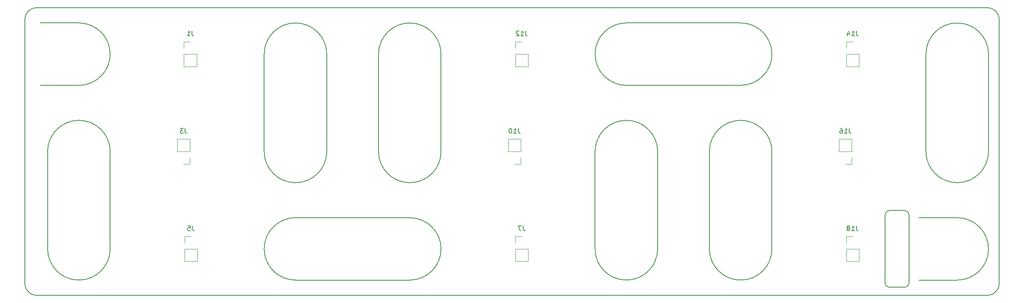
<source format=gbr>
%TF.GenerationSoftware,KiCad,Pcbnew,(5.0.0-rc2-dev-632-g76d3b6f04)*%
%TF.CreationDate,2018-06-22T20:22:36+02:00*%
%TF.ProjectId,CellsBoard,43656C6C73426F6172642E6B69636164,rev?*%
%TF.SameCoordinates,Original*%
%TF.FileFunction,Legend,Bot*%
%TF.FilePolarity,Positive*%
%FSLAX46Y46*%
G04 Gerber Fmt 4.6, Leading zero omitted, Abs format (unit mm)*
G04 Created by KiCad (PCBNEW (5.0.0-rc2-dev-632-g76d3b6f04)) date 06/22/18 20:22:36*
%MOMM*%
%LPD*%
G01*
G04 APERTURE LIST*
%ADD10C,0.150000*%
%ADD11C,0.120000*%
G04 APERTURE END LIST*
D10*
X229750000Y-132300000D02*
X232750000Y-132300000D01*
X228750000Y-147300000D02*
X228750000Y-133300000D01*
X232750000Y-148300000D02*
X229750000Y-148300000D01*
X233750000Y-133300000D02*
X233750000Y-147300000D01*
X229750000Y-148300000D02*
G75*
G02X228750000Y-147300000I0J1000000D01*
G01*
X228750000Y-133300000D02*
G75*
G02X229750000Y-132300000I1000000J0D01*
G01*
X232750000Y-132300000D02*
G75*
G02X233750000Y-133300000I0J-1000000D01*
G01*
X233750000Y-147300000D02*
G75*
G02X232750000Y-148300000I-1000000J0D01*
G01*
X250000000Y-90000000D02*
X52500000Y-90000000D01*
X250000000Y-90000000D02*
G75*
G02X252500000Y-92500000I0J-2500000D01*
G01*
X252500000Y-147500000D02*
X252500000Y-92500000D01*
X252500000Y-147500000D02*
G75*
G02X250000000Y-150000000I-2500000J0D01*
G01*
X52500000Y-150000000D02*
X250000000Y-150000000D01*
X52500000Y-150000000D02*
G75*
G02X50000000Y-147500000I0J2500000D01*
G01*
X50000000Y-92500000D02*
X50000000Y-147500000D01*
X50000000Y-92500000D02*
G75*
G02X52500000Y-90000000I2500000J0D01*
G01*
X106250000Y-146800000D02*
G75*
G02X106250000Y-133800000I0J6500000D01*
G01*
X130000000Y-133800000D02*
G75*
G02X130000000Y-146800000I0J-6500000D01*
G01*
X106250000Y-133800000D02*
X130000000Y-133800000D01*
X106250000Y-146800000D02*
X130000000Y-146800000D01*
X175000000Y-106200000D02*
G75*
G02X175000000Y-93200000I0J6500000D01*
G01*
X198750000Y-93200000D02*
G75*
G02X198750000Y-106200000I0J-6500000D01*
G01*
X175000000Y-93200000D02*
X198750000Y-93200000D01*
X175000000Y-106200000D02*
X198750000Y-106200000D01*
X112750000Y-120000000D02*
G75*
G02X99750000Y-120000000I-6500000J0D01*
G01*
X99750000Y-99700000D02*
G75*
G02X112750000Y-99700000I6500000J0D01*
G01*
X99750000Y-120000000D02*
X99750000Y-99700000D01*
X112750000Y-120000000D02*
X112750000Y-99700000D01*
X67750000Y-140300000D02*
G75*
G02X54750000Y-140300000I-6500000J0D01*
G01*
X54750000Y-120000000D02*
G75*
G02X67750000Y-120000000I6500000J0D01*
G01*
X54750000Y-140300000D02*
X54750000Y-120000000D01*
X67750000Y-140300000D02*
X67750000Y-120000000D01*
X168500000Y-120000000D02*
G75*
G02X181500000Y-120000000I6500000J0D01*
G01*
X181500000Y-140300000D02*
G75*
G02X168500000Y-140300000I-6500000J0D01*
G01*
X181500000Y-120000000D02*
X181500000Y-140300000D01*
X168500000Y-120000000D02*
X168500000Y-140300000D01*
X123500000Y-99700000D02*
G75*
G02X136500000Y-99700000I6500000J0D01*
G01*
X136500000Y-120000000D02*
G75*
G02X123500000Y-120000000I-6500000J0D01*
G01*
X136500000Y-99700000D02*
X136500000Y-120000000D01*
X123500000Y-99700000D02*
X123500000Y-120000000D01*
X250250000Y-120000000D02*
G75*
G02X237250000Y-120000000I-6500000J0D01*
G01*
X237250000Y-99700000D02*
G75*
G02X250250000Y-99700000I6500000J0D01*
G01*
X237250000Y-120000000D02*
X237250000Y-99700000D01*
X250250000Y-120000000D02*
X250250000Y-99700000D01*
X205250000Y-140300000D02*
G75*
G02X192250000Y-140300000I-6500000J0D01*
G01*
X192250000Y-120000000D02*
G75*
G02X205250000Y-120000000I6500000J0D01*
G01*
X192250000Y-140300000D02*
X192250000Y-120000000D01*
X205250000Y-140300000D02*
X205250000Y-120000000D01*
X61250000Y-106200000D02*
X53250000Y-106200000D01*
X61250000Y-93200000D02*
X53250000Y-93200000D01*
X61250000Y-93200000D02*
G75*
G02X61250000Y-106200000I0J-6500000D01*
G01*
X243750000Y-133800000D02*
G75*
G02X243750000Y-146800000I0J-6500000D01*
G01*
X243750000Y-133800000D02*
X235750000Y-133800000D01*
X243750000Y-146800000D02*
X235750000Y-146800000D01*
D11*
X84400000Y-97100000D02*
X83070000Y-97100000D01*
X83070000Y-97100000D02*
X83070000Y-98430000D01*
X83070000Y-99700000D02*
X83070000Y-102300000D01*
X85730000Y-102300000D02*
X83070000Y-102300000D01*
X85730000Y-99700000D02*
X85730000Y-102300000D01*
X85730000Y-99700000D02*
X83070000Y-99700000D01*
X81670000Y-120000000D02*
X84330000Y-120000000D01*
X81670000Y-120000000D02*
X81670000Y-117400000D01*
X81670000Y-117400000D02*
X84330000Y-117400000D01*
X84330000Y-120000000D02*
X84330000Y-117400000D01*
X84330000Y-122600000D02*
X84330000Y-121270000D01*
X83000000Y-122600000D02*
X84330000Y-122600000D01*
X84500000Y-137700000D02*
X83170000Y-137700000D01*
X83170000Y-137700000D02*
X83170000Y-139030000D01*
X83170000Y-140300000D02*
X83170000Y-142900000D01*
X85830000Y-142900000D02*
X83170000Y-142900000D01*
X85830000Y-140300000D02*
X85830000Y-142900000D01*
X85830000Y-140300000D02*
X83170000Y-140300000D01*
X153250000Y-137700000D02*
X151920000Y-137700000D01*
X151920000Y-137700000D02*
X151920000Y-139030000D01*
X151920000Y-140300000D02*
X151920000Y-142900000D01*
X154580000Y-142900000D02*
X151920000Y-142900000D01*
X154580000Y-140300000D02*
X154580000Y-142900000D01*
X154580000Y-140300000D02*
X151920000Y-140300000D01*
X151750000Y-122600000D02*
X153080000Y-122600000D01*
X153080000Y-122600000D02*
X153080000Y-121270000D01*
X153080000Y-120000000D02*
X153080000Y-117400000D01*
X150420000Y-117400000D02*
X153080000Y-117400000D01*
X150420000Y-120000000D02*
X150420000Y-117400000D01*
X150420000Y-120000000D02*
X153080000Y-120000000D01*
X153250000Y-97100000D02*
X151920000Y-97100000D01*
X151920000Y-97100000D02*
X151920000Y-98430000D01*
X151920000Y-99700000D02*
X151920000Y-102300000D01*
X154580000Y-102300000D02*
X151920000Y-102300000D01*
X154580000Y-99700000D02*
X154580000Y-102300000D01*
X154580000Y-99700000D02*
X151920000Y-99700000D01*
X222000000Y-97100000D02*
X220670000Y-97100000D01*
X220670000Y-97100000D02*
X220670000Y-98430000D01*
X220670000Y-99700000D02*
X220670000Y-102300000D01*
X223330000Y-102300000D02*
X220670000Y-102300000D01*
X223330000Y-99700000D02*
X223330000Y-102300000D01*
X223330000Y-99700000D02*
X220670000Y-99700000D01*
X220500000Y-122600000D02*
X221830000Y-122600000D01*
X221830000Y-122600000D02*
X221830000Y-121270000D01*
X221830000Y-120000000D02*
X221830000Y-117400000D01*
X219170000Y-117400000D02*
X221830000Y-117400000D01*
X219170000Y-120000000D02*
X219170000Y-117400000D01*
X219170000Y-120000000D02*
X221830000Y-120000000D01*
X223330000Y-140300000D02*
X220670000Y-140300000D01*
X223330000Y-140300000D02*
X223330000Y-142900000D01*
X223330000Y-142900000D02*
X220670000Y-142900000D01*
X220670000Y-140300000D02*
X220670000Y-142900000D01*
X220670000Y-137700000D02*
X220670000Y-139030000D01*
X222000000Y-137700000D02*
X220670000Y-137700000D01*
D10*
X84733333Y-94882380D02*
X84733333Y-95596666D01*
X84780952Y-95739523D01*
X84876190Y-95834761D01*
X85019047Y-95882380D01*
X85114285Y-95882380D01*
X83733333Y-95882380D02*
X84304761Y-95882380D01*
X84019047Y-95882380D02*
X84019047Y-94882380D01*
X84114285Y-95025238D01*
X84209523Y-95120476D01*
X84304761Y-95168095D01*
X83333333Y-115182380D02*
X83333333Y-115896666D01*
X83380952Y-116039523D01*
X83476190Y-116134761D01*
X83619047Y-116182380D01*
X83714285Y-116182380D01*
X82952380Y-115182380D02*
X82333333Y-115182380D01*
X82666666Y-115563333D01*
X82523809Y-115563333D01*
X82428571Y-115610952D01*
X82380952Y-115658571D01*
X82333333Y-115753809D01*
X82333333Y-115991904D01*
X82380952Y-116087142D01*
X82428571Y-116134761D01*
X82523809Y-116182380D01*
X82809523Y-116182380D01*
X82904761Y-116134761D01*
X82952380Y-116087142D01*
X84833333Y-135482380D02*
X84833333Y-136196666D01*
X84880952Y-136339523D01*
X84976190Y-136434761D01*
X85119047Y-136482380D01*
X85214285Y-136482380D01*
X83880952Y-135482380D02*
X84357142Y-135482380D01*
X84404761Y-135958571D01*
X84357142Y-135910952D01*
X84261904Y-135863333D01*
X84023809Y-135863333D01*
X83928571Y-135910952D01*
X83880952Y-135958571D01*
X83833333Y-136053809D01*
X83833333Y-136291904D01*
X83880952Y-136387142D01*
X83928571Y-136434761D01*
X84023809Y-136482380D01*
X84261904Y-136482380D01*
X84357142Y-136434761D01*
X84404761Y-136387142D01*
X153583333Y-135482380D02*
X153583333Y-136196666D01*
X153630952Y-136339523D01*
X153726190Y-136434761D01*
X153869047Y-136482380D01*
X153964285Y-136482380D01*
X153202380Y-135482380D02*
X152535714Y-135482380D01*
X152964285Y-136482380D01*
X152559523Y-115182380D02*
X152559523Y-115896666D01*
X152607142Y-116039523D01*
X152702380Y-116134761D01*
X152845238Y-116182380D01*
X152940476Y-116182380D01*
X151559523Y-116182380D02*
X152130952Y-116182380D01*
X151845238Y-116182380D02*
X151845238Y-115182380D01*
X151940476Y-115325238D01*
X152035714Y-115420476D01*
X152130952Y-115468095D01*
X150940476Y-115182380D02*
X150845238Y-115182380D01*
X150750000Y-115230000D01*
X150702380Y-115277619D01*
X150654761Y-115372857D01*
X150607142Y-115563333D01*
X150607142Y-115801428D01*
X150654761Y-115991904D01*
X150702380Y-116087142D01*
X150750000Y-116134761D01*
X150845238Y-116182380D01*
X150940476Y-116182380D01*
X151035714Y-116134761D01*
X151083333Y-116087142D01*
X151130952Y-115991904D01*
X151178571Y-115801428D01*
X151178571Y-115563333D01*
X151130952Y-115372857D01*
X151083333Y-115277619D01*
X151035714Y-115230000D01*
X150940476Y-115182380D01*
X154059523Y-94882380D02*
X154059523Y-95596666D01*
X154107142Y-95739523D01*
X154202380Y-95834761D01*
X154345238Y-95882380D01*
X154440476Y-95882380D01*
X153059523Y-95882380D02*
X153630952Y-95882380D01*
X153345238Y-95882380D02*
X153345238Y-94882380D01*
X153440476Y-95025238D01*
X153535714Y-95120476D01*
X153630952Y-95168095D01*
X152678571Y-94977619D02*
X152630952Y-94930000D01*
X152535714Y-94882380D01*
X152297619Y-94882380D01*
X152202380Y-94930000D01*
X152154761Y-94977619D01*
X152107142Y-95072857D01*
X152107142Y-95168095D01*
X152154761Y-95310952D01*
X152726190Y-95882380D01*
X152107142Y-95882380D01*
X222809523Y-94882380D02*
X222809523Y-95596666D01*
X222857142Y-95739523D01*
X222952380Y-95834761D01*
X223095238Y-95882380D01*
X223190476Y-95882380D01*
X221809523Y-95882380D02*
X222380952Y-95882380D01*
X222095238Y-95882380D02*
X222095238Y-94882380D01*
X222190476Y-95025238D01*
X222285714Y-95120476D01*
X222380952Y-95168095D01*
X220952380Y-95215714D02*
X220952380Y-95882380D01*
X221190476Y-94834761D02*
X221428571Y-95549047D01*
X220809523Y-95549047D01*
X221309523Y-115182380D02*
X221309523Y-115896666D01*
X221357142Y-116039523D01*
X221452380Y-116134761D01*
X221595238Y-116182380D01*
X221690476Y-116182380D01*
X220309523Y-116182380D02*
X220880952Y-116182380D01*
X220595238Y-116182380D02*
X220595238Y-115182380D01*
X220690476Y-115325238D01*
X220785714Y-115420476D01*
X220880952Y-115468095D01*
X219452380Y-115182380D02*
X219642857Y-115182380D01*
X219738095Y-115230000D01*
X219785714Y-115277619D01*
X219880952Y-115420476D01*
X219928571Y-115610952D01*
X219928571Y-115991904D01*
X219880952Y-116087142D01*
X219833333Y-116134761D01*
X219738095Y-116182380D01*
X219547619Y-116182380D01*
X219452380Y-116134761D01*
X219404761Y-116087142D01*
X219357142Y-115991904D01*
X219357142Y-115753809D01*
X219404761Y-115658571D01*
X219452380Y-115610952D01*
X219547619Y-115563333D01*
X219738095Y-115563333D01*
X219833333Y-115610952D01*
X219880952Y-115658571D01*
X219928571Y-115753809D01*
X222809523Y-135482380D02*
X222809523Y-136196666D01*
X222857142Y-136339523D01*
X222952380Y-136434761D01*
X223095238Y-136482380D01*
X223190476Y-136482380D01*
X221809523Y-136482380D02*
X222380952Y-136482380D01*
X222095238Y-136482380D02*
X222095238Y-135482380D01*
X222190476Y-135625238D01*
X222285714Y-135720476D01*
X222380952Y-135768095D01*
X221238095Y-135910952D02*
X221333333Y-135863333D01*
X221380952Y-135815714D01*
X221428571Y-135720476D01*
X221428571Y-135672857D01*
X221380952Y-135577619D01*
X221333333Y-135530000D01*
X221238095Y-135482380D01*
X221047619Y-135482380D01*
X220952380Y-135530000D01*
X220904761Y-135577619D01*
X220857142Y-135672857D01*
X220857142Y-135720476D01*
X220904761Y-135815714D01*
X220952380Y-135863333D01*
X221047619Y-135910952D01*
X221238095Y-135910952D01*
X221333333Y-135958571D01*
X221380952Y-136006190D01*
X221428571Y-136101428D01*
X221428571Y-136291904D01*
X221380952Y-136387142D01*
X221333333Y-136434761D01*
X221238095Y-136482380D01*
X221047619Y-136482380D01*
X220952380Y-136434761D01*
X220904761Y-136387142D01*
X220857142Y-136291904D01*
X220857142Y-136101428D01*
X220904761Y-136006190D01*
X220952380Y-135958571D01*
X221047619Y-135910952D01*
M02*

</source>
